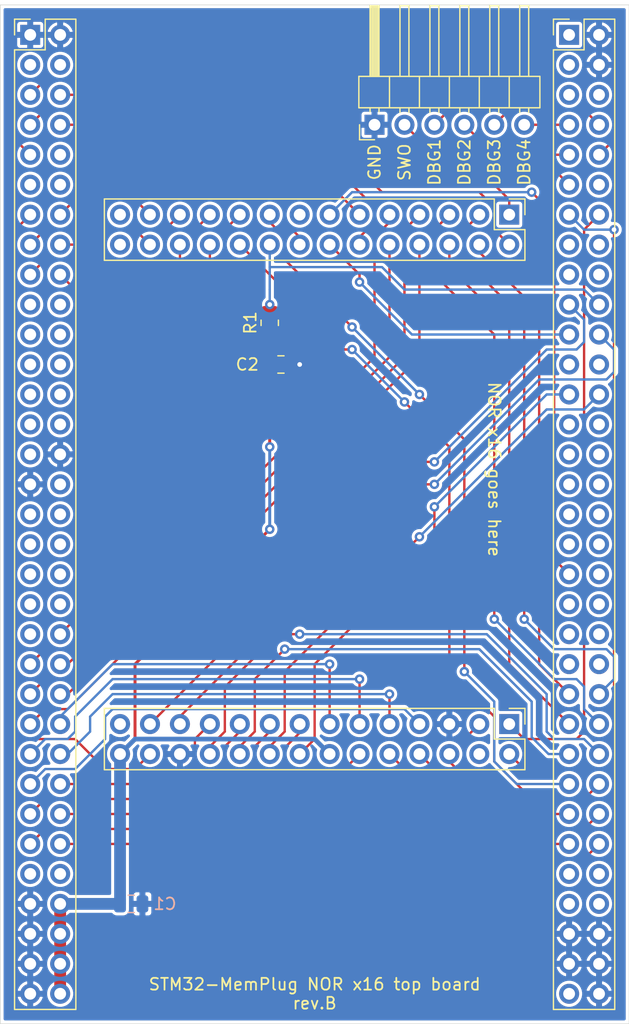
<source format=kicad_pcb>
(kicad_pcb (version 20171130) (host pcbnew "(5.1.10)-1")
  (layers (0 F.Cu signal) (31 B.Cu signal) (34 B.Paste user) (35 F.Paste user) (36 B.SilkS user) (37 F.SilkS user) (38 B.Mask user) (39 F.Mask user) (44 Edge.Cuts user))
  (net 0 "")
  (net 1 +3V3)
  (net 2 GND)
  (net 3 IO12)
  (net 4 IO11)
  (net 5 IO10)
  (net 6 IO9)
  (net 7 IO8)
  (net 8 IO7)
  (net 9 IO6)
  (net 10 IO5)
  (net 11 IO4)
  (net 12 R~B)
  (net 13 ~WE)
  (net 14 IO3)
  (net 15 IO2)
  (net 16 A10)
  (net 17 A9)
  (net 18 IO0)
  (net 19 IO15)
  (net 20 IO14)
  (net 21 IO13)
  (net 22 IO1)
  (net 23 A11)
  (net 24 A8)
  (net 25 A7)
  (net 26 A6)
  (net 27 A5)
  (net 28 A4)
  (net 29 A3)
  (net 30 A2)
  (net 31 A1)
  (net 32 A0)
  (net 33 A22)
  (net 34 A21)
  (net 35 A20)
  (net 36 A19)
  (net 37 A23)
  (net 38 PB7)
  (net 39 PB6)
  (net 40 PB5)
  (net 41 PB4)
  (net 42 PB3)
  (net 43 A25)
  (net 44 A24)
  (net 45 ~CE)
  (net 46 ~OE)
  (net 47 ~RST)
  (net 48 A15)
  (net 49 A14)
  (net 50 A13)
  (net 51 A12)
  (net 52 A18)
  (net 53 A17)
  (net 54 A16)
  (module Resistor_SMD:R_0805_2012Metric (layer F.Cu) (at 121.92 100.6075 90)
    (fp_text reference R1 (at 0 -1.65 90) (layer F.SilkS))
    (fp_text value 10k)
    (pad 2 smd roundrect (at 0.9125 0 90) (size 1.025 1.4) (layers F.Cu F.Paste F.Mask) (roundrect_rratio 0.243902) (net 12 R~B))
    (pad 1 smd roundrect (at -0.9125 0 90) (size 1.025 1.4) (layers F.Cu F.Paste F.Mask) (roundrect_rratio 0.243902) (net 1 +3V3))
  )
  (module Connector_PinHeader_2.54mm:PinHeader_1x06_P2.54mm_Horizontal (layer F.Cu) (at 130.81 83.82 90)
    (fp_text reference J3 hide)
    (fp_text value DBG)
    (pad 6 thru_hole oval (at 0 12.7 90) (size 1.7 1.7) (drill 1) (layers *.Cu *.Mask) (net 38 PB7))
    (pad 5 thru_hole oval (at 0 10.16 90) (size 1.7 1.7) (drill 1) (layers *.Cu *.Mask) (net 39 PB6))
    (pad 4 thru_hole oval (at 0 7.62 90) (size 1.7 1.7) (drill 1) (layers *.Cu *.Mask) (net 40 PB5))
    (pad 3 thru_hole oval (at 0 5.08 90) (size 1.7 1.7) (drill 1) (layers *.Cu *.Mask) (net 41 PB4))
    (pad 2 thru_hole oval (at 0 2.54 90) (size 1.7 1.7) (drill 1) (layers *.Cu *.Mask) (net 42 PB3))
    (pad 1 thru_hole rect (at 0 0 90) (size 1.7 1.7) (drill 1) (layers *.Cu *.Mask) (net 2 GND))
  )
  (module Connector_PinHeader_2.54mm:PinHeader_2x33_P2.54mm_Vertical (layer F.Cu) (at 147.32 76.2)
    (fp_text reference J2 hide)
    (fp_text value Right)
    (pad 66 thru_hole oval (at 2.54 81.28) (size 1.7 1.7) (drill 1) (layers *.Cu *.Mask) (net 2 GND))
    (pad 65 thru_hole oval (at 0 81.28) (size 1.7 1.7) (drill 1) (layers *.Cu *.Mask))
    (pad 64 thru_hole oval (at 2.54 78.74) (size 1.7 1.7) (drill 1) (layers *.Cu *.Mask) (net 2 GND))
    (pad 63 thru_hole oval (at 0 78.74) (size 1.7 1.7) (drill 1) (layers *.Cu *.Mask) (net 2 GND))
    (pad 62 thru_hole oval (at 2.54 76.2) (size 1.7 1.7) (drill 1) (layers *.Cu *.Mask) (net 2 GND))
    (pad 61 thru_hole oval (at 0 76.2) (size 1.7 1.7) (drill 1) (layers *.Cu *.Mask) (net 2 GND))
    (pad 60 thru_hole oval (at 2.54 73.66) (size 1.7 1.7) (drill 1) (layers *.Cu *.Mask))
    (pad 59 thru_hole oval (at 0 73.66) (size 1.7 1.7) (drill 1) (layers *.Cu *.Mask))
    (pad 58 thru_hole oval (at 2.54 71.12) (size 1.7 1.7) (drill 1) (layers *.Cu *.Mask))
    (pad 57 thru_hole oval (at 0 71.12) (size 1.7 1.7) (drill 1) (layers *.Cu *.Mask))
    (pad 56 thru_hole oval (at 2.54 68.58) (size 1.7 1.7) (drill 1) (layers *.Cu *.Mask) (net 21 IO13))
    (pad 55 thru_hole oval (at 0 68.58) (size 1.7 1.7) (drill 1) (layers *.Cu *.Mask) (net 20 IO14))
    (pad 54 thru_hole oval (at 2.54 66.04) (size 1.7 1.7) (drill 1) (layers *.Cu *.Mask) (net 19 IO15))
    (pad 53 thru_hole oval (at 0 66.04) (size 1.7 1.7) (drill 1) (layers *.Cu *.Mask) (net 54 A16))
    (pad 52 thru_hole oval (at 2.54 63.5) (size 1.7 1.7) (drill 1) (layers *.Cu *.Mask) (net 53 A17))
    (pad 51 thru_hole oval (at 0 63.5) (size 1.7 1.7) (drill 1) (layers *.Cu *.Mask) (net 52 A18))
    (pad 50 thru_hole oval (at 2.54 60.96) (size 1.7 1.7) (drill 1) (layers *.Cu *.Mask) (net 18 IO0))
    (pad 49 thru_hole oval (at 0 60.96) (size 1.7 1.7) (drill 1) (layers *.Cu *.Mask) (net 22 IO1))
    (pad 48 thru_hole oval (at 2.54 58.42) (size 1.7 1.7) (drill 1) (layers *.Cu *.Mask) (net 51 A12))
    (pad 47 thru_hole oval (at 0 58.42) (size 1.7 1.7) (drill 1) (layers *.Cu *.Mask) (net 50 A13))
    (pad 46 thru_hole oval (at 2.54 55.88) (size 1.7 1.7) (drill 1) (layers *.Cu *.Mask) (net 49 A14))
    (pad 45 thru_hole oval (at 0 55.88) (size 1.7 1.7) (drill 1) (layers *.Cu *.Mask) (net 48 A15))
    (pad 44 thru_hole oval (at 2.54 53.34) (size 1.7 1.7) (drill 1) (layers *.Cu *.Mask))
    (pad 43 thru_hole oval (at 0 53.34) (size 1.7 1.7) (drill 1) (layers *.Cu *.Mask))
    (pad 42 thru_hole oval (at 2.54 50.8) (size 1.7 1.7) (drill 1) (layers *.Cu *.Mask))
    (pad 41 thru_hole oval (at 0 50.8) (size 1.7 1.7) (drill 1) (layers *.Cu *.Mask))
    (pad 40 thru_hole oval (at 2.54 48.26) (size 1.7 1.7) (drill 1) (layers *.Cu *.Mask))
    (pad 39 thru_hole oval (at 0 48.26) (size 1.7 1.7) (drill 1) (layers *.Cu *.Mask))
    (pad 38 thru_hole oval (at 2.54 45.72) (size 1.7 1.7) (drill 1) (layers *.Cu *.Mask))
    (pad 37 thru_hole oval (at 0 45.72) (size 1.7 1.7) (drill 1) (layers *.Cu *.Mask) (net 47 ~RST))
    (pad 36 thru_hole oval (at 2.54 43.18) (size 1.7 1.7) (drill 1) (layers *.Cu *.Mask))
    (pad 35 thru_hole oval (at 0 43.18) (size 1.7 1.7) (drill 1) (layers *.Cu *.Mask))
    (pad 34 thru_hole oval (at 2.54 40.64) (size 1.7 1.7) (drill 1) (layers *.Cu *.Mask))
    (pad 33 thru_hole oval (at 0 40.64) (size 1.7 1.7) (drill 1) (layers *.Cu *.Mask))
    (pad 32 thru_hole oval (at 2.54 38.1) (size 1.7 1.7) (drill 1) (layers *.Cu *.Mask))
    (pad 31 thru_hole oval (at 0 38.1) (size 1.7 1.7) (drill 1) (layers *.Cu *.Mask))
    (pad 30 thru_hole oval (at 2.54 35.56) (size 1.7 1.7) (drill 1) (layers *.Cu *.Mask))
    (pad 29 thru_hole oval (at 0 35.56) (size 1.7 1.7) (drill 1) (layers *.Cu *.Mask))
    (pad 28 thru_hole oval (at 2.54 33.02) (size 1.7 1.7) (drill 1) (layers *.Cu *.Mask))
    (pad 27 thru_hole oval (at 0 33.02) (size 1.7 1.7) (drill 1) (layers *.Cu *.Mask))
    (pad 26 thru_hole oval (at 2.54 30.48) (size 1.7 1.7) (drill 1) (layers *.Cu *.Mask) (net 15 IO2))
    (pad 25 thru_hole oval (at 0 30.48) (size 1.7 1.7) (drill 1) (layers *.Cu *.Mask) (net 14 IO3))
    (pad 24 thru_hole oval (at 2.54 27.94) (size 1.7 1.7) (drill 1) (layers *.Cu *.Mask))
    (pad 23 thru_hole oval (at 0 27.94) (size 1.7 1.7) (drill 1) (layers *.Cu *.Mask))
    (pad 22 thru_hole oval (at 2.54 25.4) (size 1.7 1.7) (drill 1) (layers *.Cu *.Mask) (net 46 ~OE))
    (pad 21 thru_hole oval (at 0 25.4) (size 1.7 1.7) (drill 1) (layers *.Cu *.Mask) (net 13 ~WE))
    (pad 20 thru_hole oval (at 2.54 22.86) (size 1.7 1.7) (drill 1) (layers *.Cu *.Mask) (net 12 R~B))
    (pad 19 thru_hole oval (at 0 22.86) (size 1.7 1.7) (drill 1) (layers *.Cu *.Mask) (net 45 ~CE))
    (pad 18 thru_hole oval (at 2.54 20.32) (size 1.7 1.7) (drill 1) (layers *.Cu *.Mask))
    (pad 17 thru_hole oval (at 0 20.32) (size 1.7 1.7) (drill 1) (layers *.Cu *.Mask))
    (pad 16 thru_hole oval (at 2.54 17.78) (size 1.7 1.7) (drill 1) (layers *.Cu *.Mask))
    (pad 15 thru_hole oval (at 0 17.78) (size 1.7 1.7) (drill 1) (layers *.Cu *.Mask))
    (pad 14 thru_hole oval (at 2.54 15.24) (size 1.7 1.7) (drill 1) (layers *.Cu *.Mask) (net 44 A24))
    (pad 13 thru_hole oval (at 0 15.24) (size 1.7 1.7) (drill 1) (layers *.Cu *.Mask) (net 43 A25))
    (pad 12 thru_hole oval (at 2.54 12.7) (size 1.7 1.7) (drill 1) (layers *.Cu *.Mask))
    (pad 11 thru_hole oval (at 0 12.7) (size 1.7 1.7) (drill 1) (layers *.Cu *.Mask) (net 42 PB3))
    (pad 10 thru_hole oval (at 2.54 10.16) (size 1.7 1.7) (drill 1) (layers *.Cu *.Mask) (net 41 PB4))
    (pad 9 thru_hole oval (at 0 10.16) (size 1.7 1.7) (drill 1) (layers *.Cu *.Mask) (net 40 PB5))
    (pad 8 thru_hole oval (at 2.54 7.62) (size 1.7 1.7) (drill 1) (layers *.Cu *.Mask) (net 39 PB6))
    (pad 7 thru_hole oval (at 0 7.62) (size 1.7 1.7) (drill 1) (layers *.Cu *.Mask) (net 38 PB7))
    (pad 6 thru_hole oval (at 2.54 5.08) (size 1.7 1.7) (drill 1) (layers *.Cu *.Mask))
    (pad 5 thru_hole oval (at 0 5.08) (size 1.7 1.7) (drill 1) (layers *.Cu *.Mask))
    (pad 4 thru_hole oval (at 2.54 2.54) (size 1.7 1.7) (drill 1) (layers *.Cu *.Mask) (net 2 GND))
    (pad 3 thru_hole oval (at 0 2.54) (size 1.7 1.7) (drill 1) (layers *.Cu *.Mask))
    (pad 2 thru_hole oval (at 2.54 0) (size 1.7 1.7) (drill 1) (layers *.Cu *.Mask) (net 2 GND))
    (pad 1 thru_hole rect (at 0 0) (size 1.7 1.7) (drill 1) (layers *.Cu *.Mask))
  )
  (module Connector_PinHeader_2.54mm:PinHeader_2x33_P2.54mm_Vertical (layer F.Cu) (at 101.6 76.2)
    (fp_text reference J1 hide)
    (fp_text value Left)
    (pad 66 thru_hole oval (at 2.54 81.28) (size 1.7 1.7) (drill 1) (layers *.Cu *.Mask) (net 1 +3V3))
    (pad 65 thru_hole oval (at 0 81.28) (size 1.7 1.7) (drill 1) (layers *.Cu *.Mask) (net 2 GND))
    (pad 64 thru_hole oval (at 2.54 78.74) (size 1.7 1.7) (drill 1) (layers *.Cu *.Mask) (net 1 +3V3))
    (pad 63 thru_hole oval (at 0 78.74) (size 1.7 1.7) (drill 1) (layers *.Cu *.Mask) (net 2 GND))
    (pad 62 thru_hole oval (at 2.54 76.2) (size 1.7 1.7) (drill 1) (layers *.Cu *.Mask) (net 1 +3V3))
    (pad 61 thru_hole oval (at 0 76.2) (size 1.7 1.7) (drill 1) (layers *.Cu *.Mask) (net 2 GND))
    (pad 60 thru_hole oval (at 2.54 73.66) (size 1.7 1.7) (drill 1) (layers *.Cu *.Mask) (net 1 +3V3))
    (pad 59 thru_hole oval (at 0 73.66) (size 1.7 1.7) (drill 1) (layers *.Cu *.Mask) (net 2 GND))
    (pad 58 thru_hole oval (at 2.54 71.12) (size 1.7 1.7) (drill 1) (layers *.Cu *.Mask))
    (pad 57 thru_hole oval (at 0 71.12) (size 1.7 1.7) (drill 1) (layers *.Cu *.Mask))
    (pad 56 thru_hole oval (at 2.54 68.58) (size 1.7 1.7) (drill 1) (layers *.Cu *.Mask) (net 3 IO12))
    (pad 55 thru_hole oval (at 0 68.58) (size 1.7 1.7) (drill 1) (layers *.Cu *.Mask) (net 4 IO11))
    (pad 54 thru_hole oval (at 2.54 66.04) (size 1.7 1.7) (drill 1) (layers *.Cu *.Mask) (net 5 IO10))
    (pad 53 thru_hole oval (at 0 66.04) (size 1.7 1.7) (drill 1) (layers *.Cu *.Mask) (net 6 IO9))
    (pad 52 thru_hole oval (at 2.54 63.5) (size 1.7 1.7) (drill 1) (layers *.Cu *.Mask) (net 7 IO8))
    (pad 51 thru_hole oval (at 0 63.5) (size 1.7 1.7) (drill 1) (layers *.Cu *.Mask) (net 8 IO7))
    (pad 50 thru_hole oval (at 2.54 60.96) (size 1.7 1.7) (drill 1) (layers *.Cu *.Mask) (net 9 IO6))
    (pad 49 thru_hole oval (at 0 60.96) (size 1.7 1.7) (drill 1) (layers *.Cu *.Mask) (net 10 IO5))
    (pad 48 thru_hole oval (at 2.54 58.42) (size 1.7 1.7) (drill 1) (layers *.Cu *.Mask) (net 11 IO4))
    (pad 47 thru_hole oval (at 0 58.42) (size 1.7 1.7) (drill 1) (layers *.Cu *.Mask) (net 23 A11))
    (pad 46 thru_hole oval (at 2.54 55.88) (size 1.7 1.7) (drill 1) (layers *.Cu *.Mask) (net 16 A10))
    (pad 45 thru_hole oval (at 0 55.88) (size 1.7 1.7) (drill 1) (layers *.Cu *.Mask) (net 17 A9))
    (pad 44 thru_hole oval (at 2.54 53.34) (size 1.7 1.7) (drill 1) (layers *.Cu *.Mask) (net 24 A8))
    (pad 43 thru_hole oval (at 0 53.34) (size 1.7 1.7) (drill 1) (layers *.Cu *.Mask) (net 25 A7))
    (pad 42 thru_hole oval (at 2.54 50.8) (size 1.7 1.7) (drill 1) (layers *.Cu *.Mask) (net 26 A6))
    (pad 41 thru_hole oval (at 0 50.8) (size 1.7 1.7) (drill 1) (layers *.Cu *.Mask))
    (pad 40 thru_hole oval (at 2.54 48.26) (size 1.7 1.7) (drill 1) (layers *.Cu *.Mask))
    (pad 39 thru_hole oval (at 0 48.26) (size 1.7 1.7) (drill 1) (layers *.Cu *.Mask))
    (pad 38 thru_hole oval (at 2.54 45.72) (size 1.7 1.7) (drill 1) (layers *.Cu *.Mask))
    (pad 37 thru_hole oval (at 0 45.72) (size 1.7 1.7) (drill 1) (layers *.Cu *.Mask))
    (pad 36 thru_hole oval (at 2.54 43.18) (size 1.7 1.7) (drill 1) (layers *.Cu *.Mask))
    (pad 35 thru_hole oval (at 0 43.18) (size 1.7 1.7) (drill 1) (layers *.Cu *.Mask))
    (pad 34 thru_hole oval (at 2.54 40.64) (size 1.7 1.7) (drill 1) (layers *.Cu *.Mask))
    (pad 33 thru_hole oval (at 0 40.64) (size 1.7 1.7) (drill 1) (layers *.Cu *.Mask))
    (pad 32 thru_hole oval (at 2.54 38.1) (size 1.7 1.7) (drill 1) (layers *.Cu *.Mask))
    (pad 31 thru_hole oval (at 0 38.1) (size 1.7 1.7) (drill 1) (layers *.Cu *.Mask) (net 2 GND))
    (pad 30 thru_hole oval (at 2.54 35.56) (size 1.7 1.7) (drill 1) (layers *.Cu *.Mask) (net 2 GND))
    (pad 29 thru_hole oval (at 0 35.56) (size 1.7 1.7) (drill 1) (layers *.Cu *.Mask))
    (pad 28 thru_hole oval (at 2.54 33.02) (size 1.7 1.7) (drill 1) (layers *.Cu *.Mask))
    (pad 27 thru_hole oval (at 0 33.02) (size 1.7 1.7) (drill 1) (layers *.Cu *.Mask))
    (pad 26 thru_hole oval (at 2.54 30.48) (size 1.7 1.7) (drill 1) (layers *.Cu *.Mask))
    (pad 25 thru_hole oval (at 0 30.48) (size 1.7 1.7) (drill 1) (layers *.Cu *.Mask))
    (pad 24 thru_hole oval (at 2.54 27.94) (size 1.7 1.7) (drill 1) (layers *.Cu *.Mask))
    (pad 23 thru_hole oval (at 0 27.94) (size 1.7 1.7) (drill 1) (layers *.Cu *.Mask))
    (pad 22 thru_hole oval (at 2.54 25.4) (size 1.7 1.7) (drill 1) (layers *.Cu *.Mask))
    (pad 21 thru_hole oval (at 0 25.4) (size 1.7 1.7) (drill 1) (layers *.Cu *.Mask))
    (pad 20 thru_hole oval (at 2.54 22.86) (size 1.7 1.7) (drill 1) (layers *.Cu *.Mask))
    (pad 19 thru_hole oval (at 0 22.86) (size 1.7 1.7) (drill 1) (layers *.Cu *.Mask))
    (pad 18 thru_hole oval (at 2.54 20.32) (size 1.7 1.7) (drill 1) (layers *.Cu *.Mask) (net 27 A5))
    (pad 17 thru_hole oval (at 0 20.32) (size 1.7 1.7) (drill 1) (layers *.Cu *.Mask) (net 28 A4))
    (pad 16 thru_hole oval (at 2.54 17.78) (size 1.7 1.7) (drill 1) (layers *.Cu *.Mask) (net 29 A3))
    (pad 15 thru_hole oval (at 0 17.78) (size 1.7 1.7) (drill 1) (layers *.Cu *.Mask) (net 30 A2))
    (pad 14 thru_hole oval (at 2.54 15.24) (size 1.7 1.7) (drill 1) (layers *.Cu *.Mask) (net 31 A1))
    (pad 13 thru_hole oval (at 0 15.24) (size 1.7 1.7) (drill 1) (layers *.Cu *.Mask) (net 32 A0))
    (pad 12 thru_hole oval (at 2.54 12.7) (size 1.7 1.7) (drill 1) (layers *.Cu *.Mask))
    (pad 11 thru_hole oval (at 0 12.7) (size 1.7 1.7) (drill 1) (layers *.Cu *.Mask))
    (pad 10 thru_hole oval (at 2.54 10.16) (size 1.7 1.7) (drill 1) (layers *.Cu *.Mask))
    (pad 9 thru_hole oval (at 0 10.16) (size 1.7 1.7) (drill 1) (layers *.Cu *.Mask) (net 33 A22))
    (pad 8 thru_hole oval (at 2.54 7.62) (size 1.7 1.7) (drill 1) (layers *.Cu *.Mask) (net 34 A21))
    (pad 7 thru_hole oval (at 0 7.62) (size 1.7 1.7) (drill 1) (layers *.Cu *.Mask) (net 35 A20))
    (pad 6 thru_hole oval (at 2.54 5.08) (size 1.7 1.7) (drill 1) (layers *.Cu *.Mask) (net 36 A19))
    (pad 5 thru_hole oval (at 0 5.08) (size 1.7 1.7) (drill 1) (layers *.Cu *.Mask) (net 37 A23))
    (pad 4 thru_hole oval (at 2.54 2.54) (size 1.7 1.7) (drill 1) (layers *.Cu *.Mask))
    (pad 3 thru_hole oval (at 0 2.54) (size 1.7 1.7) (drill 1) (layers *.Cu *.Mask))
    (pad 2 thru_hole oval (at 2.54 0) (size 1.7 1.7) (drill 1) (layers *.Cu *.Mask) (net 2 GND))
    (pad 1 thru_hole rect (at 0 0) (size 1.7 1.7) (drill 1) (layers *.Cu *.Mask) (net 2 GND))
  )
  (module Connector_PinHeader_2.54mm:PinHeader_2x14_P2.54mm_Vertical (layer F.Cu) (at 142.24 134.62 270)
    (fp_text reference J5 hide)
    (fp_text value Right)
    (pad 28 thru_hole oval (at 2.54 33.02 270) (size 1.7 1.7) (drill 1) (layers *.Cu *.Mask) (net 1 +3V3))
    (pad 27 thru_hole oval (at 0 33.02 270) (size 1.7 1.7) (drill 1) (layers *.Cu *.Mask))
    (pad 26 thru_hole oval (at 2.54 30.48 270) (size 1.7 1.7) (drill 1) (layers *.Cu *.Mask) (net 32 A0))
    (pad 25 thru_hole oval (at 0 30.48 270) (size 1.7 1.7) (drill 1) (layers *.Cu *.Mask) (net 45 ~CE))
    (pad 24 thru_hole oval (at 2.54 27.94 270) (size 1.7 1.7) (drill 1) (layers *.Cu *.Mask) (net 2 GND))
    (pad 23 thru_hole oval (at 0 27.94 270) (size 1.7 1.7) (drill 1) (layers *.Cu *.Mask) (net 46 ~OE))
    (pad 22 thru_hole oval (at 2.54 25.4 270) (size 1.7 1.7) (drill 1) (layers *.Cu *.Mask) (net 18 IO0))
    (pad 21 thru_hole oval (at 0 25.4 270) (size 1.7 1.7) (drill 1) (layers *.Cu *.Mask) (net 7 IO8))
    (pad 20 thru_hole oval (at 2.54 22.86 270) (size 1.7 1.7) (drill 1) (layers *.Cu *.Mask) (net 22 IO1))
    (pad 19 thru_hole oval (at 0 22.86 270) (size 1.7 1.7) (drill 1) (layers *.Cu *.Mask) (net 6 IO9))
    (pad 18 thru_hole oval (at 2.54 20.32 270) (size 1.7 1.7) (drill 1) (layers *.Cu *.Mask) (net 15 IO2))
    (pad 17 thru_hole oval (at 0 20.32 270) (size 1.7 1.7) (drill 1) (layers *.Cu *.Mask) (net 5 IO10))
    (pad 16 thru_hole oval (at 2.54 17.78 270) (size 1.7 1.7) (drill 1) (layers *.Cu *.Mask) (net 14 IO3))
    (pad 15 thru_hole oval (at 0 17.78 270) (size 1.7 1.7) (drill 1) (layers *.Cu *.Mask) (net 4 IO11))
    (pad 14 thru_hole oval (at 2.54 15.24 270) (size 1.7 1.7) (drill 1) (layers *.Cu *.Mask) (net 1 +3V3))
    (pad 13 thru_hole oval (at 0 15.24 270) (size 1.7 1.7) (drill 1) (layers *.Cu *.Mask) (net 11 IO4))
    (pad 12 thru_hole oval (at 2.54 12.7 270) (size 1.7 1.7) (drill 1) (layers *.Cu *.Mask) (net 3 IO12))
    (pad 11 thru_hole oval (at 0 12.7 270) (size 1.7 1.7) (drill 1) (layers *.Cu *.Mask) (net 10 IO5))
    (pad 10 thru_hole oval (at 2.54 10.16 270) (size 1.7 1.7) (drill 1) (layers *.Cu *.Mask) (net 21 IO13))
    (pad 9 thru_hole oval (at 0 10.16 270) (size 1.7 1.7) (drill 1) (layers *.Cu *.Mask) (net 9 IO6))
    (pad 8 thru_hole oval (at 2.54 7.62 270) (size 1.7 1.7) (drill 1) (layers *.Cu *.Mask) (net 20 IO14))
    (pad 7 thru_hole oval (at 0 7.62 270) (size 1.7 1.7) (drill 1) (layers *.Cu *.Mask) (net 8 IO7))
    (pad 6 thru_hole oval (at 2.54 5.08 270) (size 1.7 1.7) (drill 1) (layers *.Cu *.Mask) (net 19 IO15))
    (pad 5 thru_hole oval (at 0 5.08 270) (size 1.7 1.7) (drill 1) (layers *.Cu *.Mask) (net 2 GND))
    (pad 4 thru_hole oval (at 2.54 2.54 270) (size 1.7 1.7) (drill 1) (layers *.Cu *.Mask))
    (pad 3 thru_hole oval (at 0 2.54 270) (size 1.7 1.7) (drill 1) (layers *.Cu *.Mask) (net 54 A16))
    (pad 2 thru_hole oval (at 2.54 0 270) (size 1.7 1.7) (drill 1) (layers *.Cu *.Mask) (net 43 A25))
    (pad 1 thru_hole rect (at 0 0 270) (size 1.7 1.7) (drill 1) (layers *.Cu *.Mask) (net 44 A24))
  )
  (module Connector_PinHeader_2.54mm:PinHeader_2x14_P2.54mm_Vertical (layer F.Cu) (at 142.24 91.44 270)
    (fp_text reference J4 hide)
    (fp_text value Left)
    (pad 28 thru_hole oval (at 2.54 33.02 270) (size 1.7 1.7) (drill 1) (layers *.Cu *.Mask))
    (pad 27 thru_hole oval (at 0 33.02 270) (size 1.7 1.7) (drill 1) (layers *.Cu *.Mask))
    (pad 26 thru_hole oval (at 2.54 30.48 270) (size 1.7 1.7) (drill 1) (layers *.Cu *.Mask) (net 30 A2))
    (pad 25 thru_hole oval (at 0 30.48 270) (size 1.7 1.7) (drill 1) (layers *.Cu *.Mask) (net 31 A1))
    (pad 24 thru_hole oval (at 2.54 27.94 270) (size 1.7 1.7) (drill 1) (layers *.Cu *.Mask) (net 28 A4))
    (pad 23 thru_hole oval (at 0 27.94 270) (size 1.7 1.7) (drill 1) (layers *.Cu *.Mask) (net 29 A3))
    (pad 22 thru_hole oval (at 2.54 25.4 270) (size 1.7 1.7) (drill 1) (layers *.Cu *.Mask) (net 26 A6))
    (pad 21 thru_hole oval (at 0 25.4 270) (size 1.7 1.7) (drill 1) (layers *.Cu *.Mask) (net 27 A5))
    (pad 20 thru_hole oval (at 2.54 22.86 270) (size 1.7 1.7) (drill 1) (layers *.Cu *.Mask) (net 53 A17))
    (pad 19 thru_hole oval (at 0 22.86 270) (size 1.7 1.7) (drill 1) (layers *.Cu *.Mask) (net 25 A7))
    (pad 18 thru_hole oval (at 2.54 20.32 270) (size 1.7 1.7) (drill 1) (layers *.Cu *.Mask) (net 12 R~B))
    (pad 17 thru_hole oval (at 0 20.32 270) (size 1.7 1.7) (drill 1) (layers *.Cu *.Mask) (net 52 A18))
    (pad 16 thru_hole oval (at 2.54 17.78 270) (size 1.7 1.7) (drill 1) (layers *.Cu *.Mask) (net 34 A21))
    (pad 15 thru_hole oval (at 0 17.78 270) (size 1.7 1.7) (drill 1) (layers *.Cu *.Mask))
    (pad 14 thru_hole oval (at 2.54 15.24 270) (size 1.7 1.7) (drill 1) (layers *.Cu *.Mask) (net 13 ~WE))
    (pad 13 thru_hole oval (at 0 15.24 270) (size 1.7 1.7) (drill 1) (layers *.Cu *.Mask) (net 47 ~RST))
    (pad 12 thru_hole oval (at 2.54 12.7 270) (size 1.7 1.7) (drill 1) (layers *.Cu *.Mask) (net 36 A19))
    (pad 11 thru_hole oval (at 0 12.7 270) (size 1.7 1.7) (drill 1) (layers *.Cu *.Mask) (net 35 A20))
    (pad 10 thru_hole oval (at 2.54 10.16 270) (size 1.7 1.7) (drill 1) (layers *.Cu *.Mask) (net 17 A9))
    (pad 9 thru_hole oval (at 0 10.16 270) (size 1.7 1.7) (drill 1) (layers *.Cu *.Mask) (net 24 A8))
    (pad 8 thru_hole oval (at 2.54 7.62 270) (size 1.7 1.7) (drill 1) (layers *.Cu *.Mask) (net 23 A11))
    (pad 7 thru_hole oval (at 0 7.62 270) (size 1.7 1.7) (drill 1) (layers *.Cu *.Mask) (net 16 A10))
    (pad 6 thru_hole oval (at 2.54 5.08 270) (size 1.7 1.7) (drill 1) (layers *.Cu *.Mask) (net 50 A13))
    (pad 5 thru_hole oval (at 0 5.08 270) (size 1.7 1.7) (drill 1) (layers *.Cu *.Mask) (net 51 A12))
    (pad 4 thru_hole oval (at 2.54 2.54 270) (size 1.7 1.7) (drill 1) (layers *.Cu *.Mask) (net 48 A15))
    (pad 3 thru_hole oval (at 0 2.54 270) (size 1.7 1.7) (drill 1) (layers *.Cu *.Mask) (net 49 A14))
    (pad 2 thru_hole oval (at 2.54 0 270) (size 1.7 1.7) (drill 1) (layers *.Cu *.Mask) (net 37 A23))
    (pad 1 thru_hole rect (at 0 0 270) (size 1.7 1.7) (drill 1) (layers *.Cu *.Mask) (net 33 A22))
  )
  (module Capacitor_SMD:C_0805_2012Metric (layer B.Cu) (at 110.17 149.86 180)
    (fp_text reference C1 (at -2.86 0) (layer B.SilkS) (effects (justify mirror)))
    (fp_text value 100n)
    (pad 1 smd roundrect (at -0.95 0 180) (size 1 1.45) (layers B.Cu B.Paste B.Mask) (net 2 GND))
    (pad 2 smd roundrect (at 0.95 0 180) (size 1 1.45) (layers B.Cu B.Paste B.Mask) (net 1 +3V3))
  )
  (module Capacitor_SMD:C_0805_2012Metric (layer F.Cu) (at 122.87 104.14 180)
    (fp_text reference C2 (at 2.855 0) (layer F.SilkS))
    (fp_text value 100n)
    (pad 2 smd roundrect (at 0.95 0 180) (size 1 1.45) (layers F.Cu F.Paste F.Mask) (net 1 +3V3))
    (pad 1 smd roundrect (at -0.95 0 180) (size 1 1.45) (layers F.Cu F.Paste F.Mask) (net 2 GND))
  )
  (gr_text DBG4 (at 143.51 86.995 90) (layer F.SilkS) (effects (font (size 1 1))))
  (gr_text DBG3 (at 140.97 86.995 90) (layer F.SilkS) (effects (font (size 1 1))))
  (gr_text DBG2 (at 138.43 86.995 90) (layer F.SilkS) (effects (font (size 1 1))))
  (gr_text DBG1 (at 135.89 86.995 90) (layer F.SilkS) (effects (font (size 1 1))))
  (gr_text SWO (at 133.35 86.995 90) (layer F.SilkS) (effects (font (size 1 1))))
  (gr_text GND (at 130.81 86.995 90) (layer F.SilkS) (effects (font (size 1 1))))
  (gr_text "STM32-MemPlug NOR x16 top board\nrev.B" (at 125.73 157.48) (layer F.SilkS) (effects (font (size 1 1))))
  (gr_text "NOR x16 goes here" (at 140.97 113.03 270) (layer F.SilkS) (effects (font (size 1 1))))
  (gr_line (start 152.4 160.02) (end 99.06 160.02) (layer Edge.Cuts) (width 0.05))
  (gr_line (start 152.4 73.66) (end 152.4 160.02) (layer Edge.Cuts) (width 0.05))
  (gr_line (start 99.06 73.66) (end 152.4 73.66) (layer Edge.Cuts) (width 0.05))
  (gr_line (start 99.06 160.02) (end 99.06 73.66) (layer Edge.Cuts) (width 0.05))
  (segment (start 104.14 157.48) (end 104.14 149.86) (width 1) (layer F.Cu) (net 1))
  (segment (start 125.73 135.89) (end 127 137.16) (width 0.4) (layer B.Cu) (net 1))
  (segment (start 109.22 137.16) (end 110.49 135.89) (width 0.4) (layer B.Cu) (net 1))
  (segment (start 110.49 135.89) (end 125.73 135.89) (width 0.4) (layer B.Cu) (net 1))
  (via (at 121.919992 111.125) (size 0.8) (drill 0.4) (layers F.Cu B.Cu) (net 1))
  (segment (start 121.92 101.52) (end 121.92 111.124992) (width 0.25) (layer F.Cu) (net 1))
  (segment (start 121.92 111.124992) (end 121.919992 111.125) (width 0.25) (layer F.Cu) (net 1))
  (via (at 121.920008 118.11) (size 0.8) (drill 0.4) (layers F.Cu B.Cu) (net 1))
  (segment (start 110.49 135.89) (end 110.49 129.540008) (width 0.25) (layer F.Cu) (net 1))
  (segment (start 121.919992 111.125) (end 121.919992 118.109984) (width 0.25) (layer B.Cu) (net 1))
  (segment (start 121.919992 118.109984) (end 121.920008 118.11) (width 0.25) (layer B.Cu) (net 1))
  (segment (start 109.22 137.16) (end 110.49 135.89) (width 0.25) (layer F.Cu) (net 1))
  (segment (start 110.49 129.540008) (end 121.920008 118.11) (width 0.25) (layer F.Cu) (net 1))
  (segment (start 109.22 149.86) (end 104.14 149.86) (width 1) (layer B.Cu) (net 1))
  (segment (start 109.22 137.16) (end 109.22 149.86) (width 1) (layer B.Cu) (net 1))
  (via (at 124.46 104.14) (size 0.8) (drill 0.4) (layers F.Cu B.Cu) (net 2))
  (segment (start 123.82 104.14) (end 124.46 104.14) (width 0.25) (layer F.Cu) (net 2))
  (segment (start 121.92 144.78) (end 129.54 137.16) (width 0.2) (layer F.Cu) (net 3))
  (segment (start 104.14 144.78) (end 121.92 144.78) (width 0.2) (layer F.Cu) (net 3))
  (segment (start 102.87 143.51) (end 101.6 144.78) (width 0.2) (layer F.Cu) (net 4))
  (segment (start 117.475 143.51) (end 102.87 143.51) (width 0.2) (layer F.Cu) (net 4))
  (segment (start 123.19 137.795) (end 117.475 143.51) (width 0.2) (layer F.Cu) (net 4))
  (segment (start 123.19 136.626499) (end 123.19 137.795) (width 0.2) (layer F.Cu) (net 4))
  (segment (start 124.46 135.356499) (end 123.19 136.626499) (width 0.2) (layer F.Cu) (net 4))
  (segment (start 124.46 134.62) (end 124.46 135.356499) (width 0.2) (layer F.Cu) (net 4))
  (segment (start 121.92 135.255) (end 121.92 134.62) (width 0.2) (layer F.Cu) (net 5))
  (segment (start 120.65 136.525) (end 121.92 135.255) (width 0.2) (layer F.Cu) (net 5))
  (segment (start 116.205 142.24) (end 120.65 137.795) (width 0.2) (layer F.Cu) (net 5))
  (segment (start 120.65 137.795) (end 120.65 136.525) (width 0.2) (layer F.Cu) (net 5))
  (segment (start 104.14 142.24) (end 116.205 142.24) (width 0.2) (layer F.Cu) (net 5))
  (segment (start 102.87 140.97) (end 101.6 142.24) (width 0.2) (layer F.Cu) (net 6))
  (segment (start 114.935 140.97) (end 102.87 140.97) (width 0.2) (layer F.Cu) (net 6))
  (segment (start 118.11 137.795) (end 114.935 140.97) (width 0.2) (layer F.Cu) (net 6))
  (segment (start 118.11 136.525) (end 118.11 137.795) (width 0.2) (layer F.Cu) (net 6))
  (segment (start 119.38 135.255) (end 118.11 136.525) (width 0.2) (layer F.Cu) (net 6))
  (segment (start 119.38 134.62) (end 119.38 135.255) (width 0.2) (layer F.Cu) (net 6))
  (segment (start 113.665 139.7) (end 104.14 139.7) (width 0.2) (layer F.Cu) (net 7))
  (segment (start 115.57 137.795) (end 113.665 139.7) (width 0.2) (layer F.Cu) (net 7))
  (segment (start 115.57 135.89) (end 115.57 137.795) (width 0.2) (layer F.Cu) (net 7))
  (segment (start 116.84 134.62) (end 115.57 135.89) (width 0.2) (layer F.Cu) (net 7))
  (segment (start 102.87 138.43) (end 101.6 139.7) (width 0.2) (layer B.Cu) (net 8))
  (segment (start 105.41 138.43) (end 102.87 138.43) (width 0.2) (layer B.Cu) (net 8))
  (segment (start 107.95 135.89) (end 105.41 138.43) (width 0.2) (layer B.Cu) (net 8))
  (segment (start 108.585 133.35) (end 107.95 133.985) (width 0.2) (layer B.Cu) (net 8))
  (segment (start 133.35 133.35) (end 108.585 133.35) (width 0.2) (layer B.Cu) (net 8))
  (segment (start 107.95 133.985) (end 107.95 135.89) (width 0.2) (layer B.Cu) (net 8))
  (segment (start 134.62 134.62) (end 133.35 133.35) (width 0.2) (layer B.Cu) (net 8))
  (segment (start 132.08 134.62) (end 132.08 132.08) (width 0.2) (layer F.Cu) (net 9))
  (via (at 132.08 132.08) (size 0.8) (drill 0.4) (layers F.Cu B.Cu) (net 9))
  (segment (start 108.585 132.08) (end 132.08 132.08) (width 0.2) (layer B.Cu) (net 9))
  (segment (start 106.68 133.985) (end 108.585 132.08) (width 0.2) (layer B.Cu) (net 9))
  (segment (start 106.68 135.255) (end 106.68 133.985) (width 0.2) (layer B.Cu) (net 9))
  (segment (start 104.775 137.16) (end 106.68 135.255) (width 0.2) (layer B.Cu) (net 9))
  (segment (start 104.14 137.16) (end 104.775 137.16) (width 0.2) (layer B.Cu) (net 9))
  (segment (start 129.54 134.62) (end 129.54 130.81) (width 0.2) (layer F.Cu) (net 10))
  (via (at 129.54 130.81) (size 0.8) (drill 0.4) (layers F.Cu B.Cu) (net 10))
  (segment (start 108.585 130.81) (end 129.54 130.81) (width 0.2) (layer B.Cu) (net 10))
  (segment (start 108.585 130.81) (end 105.41 133.985) (width 0.2) (layer B.Cu) (net 10))
  (segment (start 105.41 133.985) (end 105.41 135.255) (width 0.2) (layer B.Cu) (net 10))
  (segment (start 105.41 135.255) (end 104.775 135.89) (width 0.2) (layer B.Cu) (net 10))
  (segment (start 104.775 135.89) (end 102.87 135.89) (width 0.2) (layer B.Cu) (net 10))
  (segment (start 102.87 135.89) (end 101.6 137.16) (width 0.2) (layer B.Cu) (net 10))
  (segment (start 127 134.62) (end 127 129.54) (width 0.2) (layer F.Cu) (net 11))
  (via (at 127 129.54) (size 0.8) (drill 0.4) (layers F.Cu B.Cu) (net 11))
  (segment (start 104.14 133.985) (end 108.585 129.54) (width 0.2) (layer B.Cu) (net 11))
  (segment (start 108.585 129.54) (end 127 129.54) (width 0.2) (layer B.Cu) (net 11))
  (segment (start 104.14 134.62) (end 104.14 133.985) (width 0.2) (layer B.Cu) (net 11))
  (segment (start 121.92 97.79) (end 121.92 93.98) (width 0.2) (layer B.Cu) (net 12))
  (via (at 121.92 99.06) (size 0.8) (drill 0.4) (layers F.Cu B.Cu) (net 12))
  (segment (start 121.92 97.79) (end 121.92 99.06) (width 0.2) (layer B.Cu) (net 12))
  (segment (start 121.92 99.06) (end 121.92 99.695) (width 0.2) (layer F.Cu) (net 12))
  (segment (start 131.445 95.885) (end 121.92 95.885) (width 0.2) (layer B.Cu) (net 12))
  (segment (start 133.35 97.79) (end 131.445 95.885) (width 0.2) (layer B.Cu) (net 12))
  (segment (start 148.59 97.79) (end 133.35 97.79) (width 0.2) (layer B.Cu) (net 12))
  (segment (start 149.86 99.06) (end 148.59 97.79) (width 0.2) (layer B.Cu) (net 12))
  (segment (start 129.54 96.52) (end 129.54 97.155) (width 0.2) (layer F.Cu) (net 13))
  (segment (start 127 93.98) (end 129.54 96.52) (width 0.2) (layer F.Cu) (net 13))
  (segment (start 133.985 101.6) (end 129.54 97.155) (width 0.2) (layer B.Cu) (net 13))
  (segment (start 147.32 101.6) (end 133.985 101.6) (width 0.2) (layer B.Cu) (net 13))
  (via (at 129.54 97.155) (size 0.8) (drill 0.4) (layers F.Cu B.Cu) (net 13))
  (via (at 135.88999 116.205) (size 0.8) (drill 0.4) (layers F.Cu B.Cu) (net 14))
  (segment (start 125.73 135.89) (end 125.73 129.54) (width 0.2) (layer F.Cu) (net 14))
  (segment (start 145.41499 106.68) (end 135.88999 116.205) (width 0.2) (layer B.Cu) (net 14))
  (segment (start 147.32 106.68) (end 145.41499 106.68) (width 0.2) (layer B.Cu) (net 14))
  (segment (start 124.46 137.16) (end 125.73 135.89) (width 0.2) (layer F.Cu) (net 14))
  (segment (start 125.73 129.54) (end 135.88999 119.38001) (width 0.2) (layer F.Cu) (net 14))
  (segment (start 135.88999 119.38001) (end 135.88999 116.205) (width 0.2) (layer F.Cu) (net 14))
  (segment (start 145.415 107.95) (end 134.62 118.745) (width 0.2) (layer B.Cu) (net 15))
  (segment (start 149.86 106.68) (end 148.59 107.95) (width 0.2) (layer B.Cu) (net 15))
  (segment (start 148.59 107.95) (end 145.415 107.95) (width 0.2) (layer B.Cu) (net 15))
  (via (at 134.62 118.745) (size 0.8) (drill 0.4) (layers F.Cu B.Cu) (net 15))
  (segment (start 123.19 130.175) (end 134.62 118.745) (width 0.2) (layer F.Cu) (net 15))
  (segment (start 123.19 135.255) (end 123.19 130.175) (width 0.2) (layer F.Cu) (net 15))
  (segment (start 121.92 136.525) (end 123.19 135.255) (width 0.2) (layer F.Cu) (net 15))
  (segment (start 121.92 137.16) (end 121.92 136.525) (width 0.2) (layer F.Cu) (net 15))
  (segment (start 104.775 132.08) (end 104.14 132.08) (width 0.2) (layer F.Cu) (net 16))
  (segment (start 133.35 103.505) (end 104.775 132.08) (width 0.2) (layer F.Cu) (net 16))
  (segment (start 133.35 92.71) (end 133.35 103.505) (width 0.2) (layer F.Cu) (net 16))
  (segment (start 134.62 91.44) (end 133.35 92.71) (width 0.2) (layer F.Cu) (net 16))
  (segment (start 102.87 130.81) (end 101.6 132.08) (width 0.2) (layer F.Cu) (net 17))
  (segment (start 132.08 103.505) (end 104.775 130.81) (width 0.2) (layer F.Cu) (net 17))
  (segment (start 104.775 130.81) (end 102.87 130.81) (width 0.2) (layer F.Cu) (net 17))
  (segment (start 132.08 93.98) (end 132.08 103.505) (width 0.2) (layer F.Cu) (net 17))
  (via (at 124.46 127) (size 0.8) (drill 0.4) (layers F.Cu B.Cu) (net 18))
  (segment (start 122.589657 127) (end 124.46 127) (width 0.2) (layer F.Cu) (net 18))
  (segment (start 118.11 131.479657) (end 122.589657 127) (width 0.2) (layer F.Cu) (net 18))
  (segment (start 118.11 135.255) (end 118.11 131.479657) (width 0.2) (layer F.Cu) (net 18))
  (segment (start 116.84 136.525) (end 118.11 135.255) (width 0.2) (layer F.Cu) (net 18))
  (segment (start 116.84 137.16) (end 116.84 136.525) (width 0.2) (layer F.Cu) (net 18))
  (segment (start 140.335 127) (end 124.46 127) (width 0.2) (layer B.Cu) (net 18))
  (segment (start 145.415 135.255) (end 145.415 132.08) (width 0.2) (layer B.Cu) (net 18))
  (segment (start 146.05 135.89) (end 145.415 135.255) (width 0.2) (layer B.Cu) (net 18))
  (segment (start 145.415 132.08) (end 140.335 127) (width 0.2) (layer B.Cu) (net 18))
  (segment (start 148.59 135.89) (end 146.05 135.89) (width 0.2) (layer B.Cu) (net 18))
  (segment (start 149.86 137.16) (end 148.59 135.89) (width 0.2) (layer B.Cu) (net 18))
  (segment (start 142.875 143.51) (end 137.16 137.795) (width 0.2) (layer F.Cu) (net 19))
  (segment (start 137.16 137.795) (end 137.16 137.16) (width 0.2) (layer F.Cu) (net 19))
  (segment (start 148.59 143.51) (end 142.875 143.51) (width 0.2) (layer F.Cu) (net 19))
  (segment (start 149.86 142.24) (end 148.59 143.51) (width 0.2) (layer F.Cu) (net 19))
  (segment (start 142.24 144.78) (end 134.62 137.16) (width 0.2) (layer F.Cu) (net 20))
  (segment (start 147.32 144.78) (end 142.24 144.78) (width 0.2) (layer F.Cu) (net 20))
  (segment (start 140.97 146.05) (end 132.08 137.16) (width 0.2) (layer F.Cu) (net 21))
  (segment (start 148.59 146.05) (end 140.97 146.05) (width 0.2) (layer F.Cu) (net 21))
  (segment (start 149.86 144.78) (end 148.59 146.05) (width 0.2) (layer F.Cu) (net 21))
  (via (at 123.19 128.27) (size 0.8) (drill 0.4) (layers F.Cu B.Cu) (net 22))
  (segment (start 120.65 130.81) (end 123.19 128.27) (width 0.2) (layer F.Cu) (net 22))
  (segment (start 120.65 135.255) (end 120.65 130.81) (width 0.2) (layer F.Cu) (net 22))
  (segment (start 119.38 136.525) (end 120.65 135.255) (width 0.2) (layer F.Cu) (net 22))
  (segment (start 119.38 137.16) (end 119.38 136.525) (width 0.2) (layer F.Cu) (net 22))
  (segment (start 139.7 128.27) (end 123.19 128.27) (width 0.2) (layer B.Cu) (net 22))
  (segment (start 144.145 132.715) (end 139.7 128.27) (width 0.2) (layer B.Cu) (net 22))
  (segment (start 145.57375 137.16) (end 144.145 135.73125) (width 0.2) (layer B.Cu) (net 22))
  (segment (start 144.145 135.73125) (end 144.145 132.715) (width 0.2) (layer B.Cu) (net 22))
  (segment (start 147.32 137.16) (end 145.57375 137.16) (width 0.2) (layer B.Cu) (net 22))
  (segment (start 102.87 133.35) (end 101.6 134.62) (width 0.2) (layer F.Cu) (net 23))
  (segment (start 104.775 133.35) (end 102.87 133.35) (width 0.2) (layer F.Cu) (net 23))
  (segment (start 134.62 103.505) (end 104.775 133.35) (width 0.2) (layer F.Cu) (net 23))
  (segment (start 134.62 93.98) (end 134.62 103.505) (width 0.2) (layer F.Cu) (net 23))
  (segment (start 132.08 92.075) (end 132.08 91.44) (width 0.2) (layer F.Cu) (net 24))
  (segment (start 130.81 93.345) (end 132.08 92.075) (width 0.2) (layer F.Cu) (net 24))
  (segment (start 130.81 103.505) (end 130.81 93.345) (width 0.2) (layer F.Cu) (net 24))
  (segment (start 104.775 129.54) (end 130.81 103.505) (width 0.2) (layer F.Cu) (net 24))
  (segment (start 104.14 129.54) (end 104.775 129.54) (width 0.2) (layer F.Cu) (net 24))
  (segment (start 102.87 128.27) (end 101.6 129.54) (width 0.2) (layer F.Cu) (net 25))
  (segment (start 104.775 128.27) (end 102.87 128.27) (width 0.2) (layer F.Cu) (net 25))
  (segment (start 118.11 114.935) (end 104.775 128.27) (width 0.2) (layer F.Cu) (net 25))
  (segment (start 118.11 92.71) (end 118.11 114.935) (width 0.2) (layer F.Cu) (net 25))
  (segment (start 119.38 91.44) (end 118.11 92.71) (width 0.2) (layer F.Cu) (net 25))
  (segment (start 116.84 114.3) (end 104.14 127) (width 0.2) (layer F.Cu) (net 26))
  (segment (start 116.84 93.98) (end 116.84 114.3) (width 0.2) (layer F.Cu) (net 26))
  (segment (start 105.41 97.79) (end 104.14 96.52) (width 0.2) (layer F.Cu) (net 27))
  (segment (start 113.665 97.79) (end 105.41 97.79) (width 0.2) (layer F.Cu) (net 27))
  (segment (start 115.57 95.885) (end 113.665 97.79) (width 0.2) (layer F.Cu) (net 27))
  (segment (start 115.57 92.71) (end 115.57 95.885) (width 0.2) (layer F.Cu) (net 27))
  (segment (start 115.57 92.71) (end 116.84 91.44) (width 0.2) (layer F.Cu) (net 27))
  (segment (start 102.87 95.25) (end 101.6 96.52) (width 0.2) (layer F.Cu) (net 28))
  (segment (start 105.308501 95.25) (end 102.87 95.25) (width 0.2) (layer F.Cu) (net 28))
  (segment (start 113.03 96.52) (end 106.578501 96.52) (width 0.2) (layer F.Cu) (net 28))
  (segment (start 114.3 95.25) (end 113.03 96.52) (width 0.2) (layer F.Cu) (net 28))
  (segment (start 106.578501 96.52) (end 105.308501 95.25) (width 0.2) (layer F.Cu) (net 28))
  (segment (start 114.3 93.98) (end 114.3 95.25) (width 0.2) (layer F.Cu) (net 28))
  (segment (start 113.03 92.71) (end 114.3 91.44) (width 0.2) (layer F.Cu) (net 29))
  (segment (start 113.03 94.615) (end 113.03 92.71) (width 0.2) (layer F.Cu) (net 29))
  (segment (start 112.395 95.25) (end 113.03 94.615) (width 0.2) (layer F.Cu) (net 29))
  (segment (start 107.315 95.25) (end 112.395 95.25) (width 0.2) (layer F.Cu) (net 29))
  (segment (start 106.045 93.98) (end 107.315 95.25) (width 0.2) (layer F.Cu) (net 29))
  (segment (start 104.14 93.98) (end 106.045 93.98) (width 0.2) (layer F.Cu) (net 29))
  (segment (start 102.87 92.71) (end 101.6 93.98) (width 0.2) (layer F.Cu) (net 30))
  (segment (start 110.49 92.71) (end 102.87 92.71) (width 0.2) (layer F.Cu) (net 30))
  (segment (start 111.76 93.98) (end 110.49 92.71) (width 0.2) (layer F.Cu) (net 30))
  (segment (start 105.41 90.17) (end 104.14 91.44) (width 0.2) (layer F.Cu) (net 31))
  (segment (start 110.49 90.17) (end 105.41 90.17) (width 0.2) (layer F.Cu) (net 31))
  (segment (start 111.76 91.44) (end 110.49 90.17) (width 0.2) (layer F.Cu) (net 31))
  (segment (start 105.41 135.89) (end 107.95 138.43) (width 0.2) (layer F.Cu) (net 32))
  (segment (start 100.965 135.89) (end 105.41 135.89) (width 0.2) (layer F.Cu) (net 32))
  (segment (start 100.33 135.255) (end 100.965 135.89) (width 0.2) (layer F.Cu) (net 32))
  (segment (start 100.33 92.71) (end 100.33 135.255) (width 0.2) (layer F.Cu) (net 32))
  (segment (start 101.6 91.44) (end 100.33 92.71) (width 0.2) (layer F.Cu) (net 32))
  (segment (start 110.49 138.43) (end 111.76 137.16) (width 0.2) (layer F.Cu) (net 32))
  (segment (start 107.95 138.43) (end 110.49 138.43) (width 0.2) (layer F.Cu) (net 32))
  (segment (start 100.33 85.09) (end 101.6 86.36) (width 0.2) (layer F.Cu) (net 33))
  (segment (start 100.33 78.105) (end 100.33 85.09) (width 0.2) (layer F.Cu) (net 33))
  (segment (start 100.965 77.47) (end 100.33 78.105) (width 0.2) (layer F.Cu) (net 33))
  (segment (start 121.285 77.47) (end 100.965 77.47) (width 0.2) (layer F.Cu) (net 33))
  (segment (start 140.335 88.265) (end 132.08 88.265) (width 0.2) (layer F.Cu) (net 33))
  (segment (start 132.08 88.265) (end 121.285 77.47) (width 0.2) (layer F.Cu) (net 33))
  (segment (start 142.24 90.17) (end 140.335 88.265) (width 0.2) (layer F.Cu) (net 33))
  (segment (start 142.24 91.44) (end 142.24 90.17) (width 0.2) (layer F.Cu) (net 33))
  (segment (start 116.205 83.82) (end 104.14 83.82) (width 0.2) (layer F.Cu) (net 34))
  (segment (start 123.19 90.805) (end 116.205 83.82) (width 0.2) (layer F.Cu) (net 34))
  (segment (start 123.19 92.075) (end 123.19 90.805) (width 0.2) (layer F.Cu) (net 34))
  (segment (start 124.46 93.345) (end 123.19 92.075) (width 0.2) (layer F.Cu) (net 34))
  (segment (start 124.46 93.98) (end 124.46 93.345) (width 0.2) (layer F.Cu) (net 34))
  (segment (start 102.87 82.55) (end 101.6 83.82) (width 0.2) (layer F.Cu) (net 35))
  (segment (start 120.65 82.55) (end 102.87 82.55) (width 0.2) (layer F.Cu) (net 35))
  (segment (start 129.54 91.44) (end 120.65 82.55) (width 0.2) (layer F.Cu) (net 35))
  (segment (start 129.54 93.345) (end 129.54 93.98) (width 0.2) (layer F.Cu) (net 36))
  (segment (start 130.81 90.805) (end 130.81 92.075) (width 0.2) (layer F.Cu) (net 36))
  (segment (start 130.81 92.075) (end 129.54 93.345) (width 0.2) (layer F.Cu) (net 36))
  (segment (start 121.285 81.28) (end 130.81 90.805) (width 0.2) (layer F.Cu) (net 36))
  (segment (start 104.14 81.28) (end 121.285 81.28) (width 0.2) (layer F.Cu) (net 36))
  (segment (start 140.97 90.805) (end 140.97 92.71) (width 0.2) (layer F.Cu) (net 37))
  (segment (start 139.7 89.535) (end 140.97 90.805) (width 0.2) (layer F.Cu) (net 37))
  (segment (start 131.445 89.535) (end 139.7 89.535) (width 0.2) (layer F.Cu) (net 37))
  (segment (start 121.92 80.01) (end 131.445 89.535) (width 0.2) (layer F.Cu) (net 37))
  (segment (start 102.87 80.01) (end 121.92 80.01) (width 0.2) (layer F.Cu) (net 37))
  (segment (start 140.97 92.71) (end 142.24 93.98) (width 0.2) (layer F.Cu) (net 37))
  (segment (start 101.6 81.28) (end 102.87 80.01) (width 0.2) (layer F.Cu) (net 37))
  (segment (start 147.32 83.82) (end 143.51 83.82) (width 0.2) (layer F.Cu) (net 38))
  (segment (start 142.24 82.55) (end 140.97 83.82) (width 0.2) (layer F.Cu) (net 39))
  (segment (start 148.59 82.55) (end 142.24 82.55) (width 0.2) (layer F.Cu) (net 39))
  (segment (start 149.86 83.82) (end 148.59 82.55) (width 0.2) (layer F.Cu) (net 39))
  (segment (start 146.05 86.36) (end 147.32 86.36) (width 0.2) (layer F.Cu) (net 40))
  (segment (start 145.415 85.725) (end 146.05 86.36) (width 0.2) (layer F.Cu) (net 40))
  (segment (start 140.335 85.725) (end 145.415 85.725) (width 0.2) (layer F.Cu) (net 40))
  (segment (start 138.43 83.82) (end 140.335 85.725) (width 0.2) (layer F.Cu) (net 40))
  (segment (start 139.7 80.01) (end 135.89 83.82) (width 0.2) (layer F.Cu) (net 41))
  (segment (start 150.495 80.01) (end 139.7 80.01) (width 0.2) (layer F.Cu) (net 41))
  (segment (start 151.13 80.645) (end 150.495 80.01) (width 0.2) (layer F.Cu) (net 41))
  (segment (start 151.13 85.09) (end 151.13 80.645) (width 0.2) (layer F.Cu) (net 41))
  (segment (start 149.86 86.36) (end 151.13 85.09) (width 0.2) (layer F.Cu) (net 41))
  (segment (start 134.199999 84.669999) (end 133.35 83.82) (width 0.2) (layer F.Cu) (net 42))
  (segment (start 145.349998 86.929998) (end 136.459998 86.929998) (width 0.2) (layer F.Cu) (net 42))
  (segment (start 147.32 88.9) (end 145.349998 86.929998) (width 0.2) (layer F.Cu) (net 42))
  (segment (start 136.459998 86.929998) (end 134.199999 84.669999) (width 0.2) (layer F.Cu) (net 42))
  (via (at 151.13 92.71) (size 0.8) (drill 0.4) (layers F.Cu B.Cu) (net 43))
  (segment (start 148.59 92.71) (end 151.13 92.71) (width 0.2) (layer B.Cu) (net 43))
  (segment (start 147.32 91.44) (end 148.59 92.71) (width 0.2) (layer B.Cu) (net 43))
  (segment (start 143.51 138.43) (end 142.24 137.16) (width 0.2) (layer F.Cu) (net 43))
  (segment (start 150.495 138.43) (end 143.51 138.43) (width 0.2) (layer F.Cu) (net 43))
  (segment (start 151.13 137.795) (end 150.495 138.43) (width 0.2) (layer F.Cu) (net 43))
  (segment (start 151.13 92.71) (end 151.13 137.795) (width 0.2) (layer F.Cu) (net 43))
  (segment (start 148.59 135.255) (end 147.955 135.89) (width 0.2) (layer F.Cu) (net 44))
  (segment (start 148.59 92.71) (end 148.59 135.255) (width 0.2) (layer F.Cu) (net 44))
  (segment (start 149.86 91.44) (end 148.59 92.71) (width 0.2) (layer F.Cu) (net 44))
  (segment (start 143.51 135.89) (end 142.24 134.62) (width 0.2) (layer F.Cu) (net 44))
  (segment (start 147.955 135.89) (end 143.51 135.89) (width 0.2) (layer F.Cu) (net 44))
  (via (at 135.89 112.395) (size 0.8) (drill 0.4) (layers F.Cu B.Cu) (net 45))
  (segment (start 147.955 102.87) (end 145.415 102.87) (width 0.2) (layer B.Cu) (net 45))
  (segment (start 145.415 102.87) (end 135.89 112.395) (width 0.2) (layer B.Cu) (net 45))
  (segment (start 133.985 112.395) (end 135.89 112.395) (width 0.2) (layer F.Cu) (net 45))
  (segment (start 111.76 134.62) (end 133.985 112.395) (width 0.2) (layer F.Cu) (net 45))
  (segment (start 147.32 99.06) (end 148.59 100.33) (width 0.2) (layer B.Cu) (net 45))
  (segment (start 148.59 100.33) (end 148.59 102.235) (width 0.2) (layer B.Cu) (net 45))
  (segment (start 148.59 102.235) (end 147.955 102.87) (width 0.2) (layer B.Cu) (net 45))
  (segment (start 144.78 105.41) (end 135.89 114.3) (width 0.2) (layer B.Cu) (net 46))
  (segment (start 151.13 104.775) (end 150.495 105.41) (width 0.2) (layer B.Cu) (net 46))
  (segment (start 151.13 102.87) (end 151.13 104.775) (width 0.2) (layer B.Cu) (net 46))
  (segment (start 149.86 101.6) (end 151.13 102.87) (width 0.2) (layer B.Cu) (net 46))
  (segment (start 150.495 105.41) (end 144.78 105.41) (width 0.2) (layer B.Cu) (net 46))
  (via (at 135.89 114.3) (size 0.8) (drill 0.4) (layers F.Cu B.Cu) (net 46))
  (segment (start 133.985 114.3) (end 135.89 114.3) (width 0.2) (layer F.Cu) (net 46))
  (segment (start 114.3 133.985) (end 133.985 114.3) (width 0.2) (layer F.Cu) (net 46))
  (segment (start 114.3 134.62) (end 114.3 133.985) (width 0.2) (layer F.Cu) (net 46))
  (segment (start 147.32 121.92) (end 146.05 120.65) (width 0.2) (layer F.Cu) (net 47))
  (segment (start 128.905 89.535) (end 144.144998 89.535) (width 0.2) (layer B.Cu) (net 47))
  (via (at 144.144998 89.535) (size 0.8) (drill 0.4) (layers F.Cu B.Cu) (net 47))
  (segment (start 146.05 120.65) (end 146.05 91.440002) (width 0.2) (layer F.Cu) (net 47))
  (segment (start 146.05 91.440002) (end 144.544997 89.934999) (width 0.2) (layer F.Cu) (net 47))
  (segment (start 144.544997 89.934999) (end 144.144998 89.535) (width 0.2) (layer F.Cu) (net 47))
  (segment (start 127 91.44) (end 128.905 89.535) (width 0.2) (layer B.Cu) (net 47))
  (segment (start 139.7 94.615) (end 139.7 93.98) (width 0.2) (layer F.Cu) (net 48))
  (segment (start 144.78 99.695) (end 139.7 94.615) (width 0.2) (layer F.Cu) (net 48))
  (segment (start 144.78 129.54) (end 144.78 99.695) (width 0.2) (layer F.Cu) (net 48))
  (segment (start 147.32 132.08) (end 144.78 129.54) (width 0.2) (layer F.Cu) (net 48))
  (segment (start 150.495 128.27) (end 146.05 128.27) (width 0.2) (layer B.Cu) (net 49))
  (segment (start 151.13 128.905) (end 150.495 128.27) (width 0.2) (layer B.Cu) (net 49))
  (segment (start 149.86 132.08) (end 151.13 130.81) (width 0.2) (layer B.Cu) (net 49))
  (segment (start 151.13 130.81) (end 151.13 128.905) (width 0.2) (layer B.Cu) (net 49))
  (segment (start 143.51 100.33) (end 143.51 125.73) (width 0.2) (layer F.Cu) (net 49))
  (segment (start 138.43 92.71) (end 138.43 95.25) (width 0.2) (layer F.Cu) (net 49))
  (segment (start 138.43 95.25) (end 143.51 100.33) (width 0.2) (layer F.Cu) (net 49))
  (segment (start 139.7 91.44) (end 138.43 92.71) (width 0.2) (layer F.Cu) (net 49))
  (segment (start 146.05 128.27) (end 143.51 125.73) (width 0.2) (layer B.Cu) (net 49))
  (via (at 143.51 125.73) (size 0.8) (drill 0.4) (layers F.Cu B.Cu) (net 49))
  (segment (start 142.24 129.54) (end 147.32 134.62) (width 0.2) (layer F.Cu) (net 50))
  (segment (start 142.24 100.965) (end 142.24 129.54) (width 0.2) (layer F.Cu) (net 50))
  (segment (start 137.16 95.885) (end 142.24 100.965) (width 0.2) (layer F.Cu) (net 50))
  (segment (start 137.16 93.98) (end 137.16 95.885) (width 0.2) (layer F.Cu) (net 50))
  (via (at 140.97 125.73) (size 0.8) (drill 0.4) (layers F.Cu B.Cu) (net 51))
  (segment (start 137.16 91.44) (end 135.89 92.71) (width 0.2) (layer F.Cu) (net 51))
  (segment (start 135.89 92.71) (end 135.89 96.52) (width 0.2) (layer F.Cu) (net 51))
  (segment (start 135.89 96.52) (end 140.97 101.6) (width 0.2) (layer F.Cu) (net 51))
  (segment (start 140.97 101.6) (end 140.97 125.73) (width 0.2) (layer F.Cu) (net 51))
  (segment (start 141.004657 125.73) (end 140.97 125.73) (width 0.2) (layer B.Cu) (net 51))
  (segment (start 146.084657 130.81) (end 141.004657 125.73) (width 0.2) (layer B.Cu) (net 51))
  (segment (start 147.955 130.81) (end 146.084657 130.81) (width 0.2) (layer B.Cu) (net 51))
  (segment (start 148.59 131.445) (end 147.955 130.81) (width 0.2) (layer B.Cu) (net 51))
  (segment (start 148.59 133.35) (end 148.59 131.445) (width 0.2) (layer B.Cu) (net 51))
  (segment (start 149.86 134.62) (end 148.59 133.35) (width 0.2) (layer B.Cu) (net 51))
  (via (at 128.905 100.965) (size 0.8) (drill 0.4) (layers F.Cu B.Cu) (net 52))
  (segment (start 128.905 100.965) (end 134.62 106.68) (width 0.2) (layer B.Cu) (net 52))
  (via (at 134.62 106.68) (size 0.8) (drill 0.4) (layers F.Cu B.Cu) (net 52))
  (segment (start 123.19 93.345) (end 123.19 95.25) (width 0.2) (layer F.Cu) (net 52))
  (segment (start 121.92 92.075) (end 123.19 93.345) (width 0.2) (layer F.Cu) (net 52))
  (segment (start 123.19 95.25) (end 128.905 100.965) (width 0.2) (layer F.Cu) (net 52))
  (segment (start 121.92 91.44) (end 121.92 92.075) (width 0.2) (layer F.Cu) (net 52))
  (via (at 138.43 130.175) (size 0.8) (drill 0.4) (layers F.Cu B.Cu) (net 52))
  (segment (start 140.97 137.795) (end 140.97 132.715) (width 0.2) (layer B.Cu) (net 52))
  (segment (start 134.62 106.68) (end 138.43 110.49) (width 0.2) (layer F.Cu) (net 52))
  (segment (start 142.875 139.7) (end 140.97 137.795) (width 0.2) (layer B.Cu) (net 52))
  (segment (start 138.43 110.49) (end 138.43 130.175) (width 0.2) (layer F.Cu) (net 52))
  (segment (start 147.32 139.7) (end 142.875 139.7) (width 0.2) (layer B.Cu) (net 52))
  (segment (start 140.97 132.715) (end 138.43 130.175) (width 0.2) (layer B.Cu) (net 52))
  (via (at 133.35 107.315) (size 0.8) (drill 0.4) (layers F.Cu B.Cu) (net 53))
  (via (at 128.904956 102.87) (size 0.8) (drill 0.4) (layers F.Cu B.Cu) (net 53))
  (segment (start 133.35 107.315) (end 128.905 102.87) (width 0.2) (layer B.Cu) (net 53))
  (segment (start 128.905 102.87) (end 128.904956 102.87) (width 0.2) (layer B.Cu) (net 53))
  (segment (start 128.27 102.87) (end 128.904956 102.87) (width 0.2) (layer F.Cu) (net 53))
  (segment (start 119.38 93.98) (end 128.27 102.87) (width 0.2) (layer F.Cu) (net 53))
  (segment (start 144.145 140.97) (end 148.59 140.97) (width 0.2) (layer F.Cu) (net 53))
  (segment (start 137.16 130.175) (end 140.97 133.985) (width 0.2) (layer F.Cu) (net 53))
  (segment (start 148.59 140.97) (end 149.86 139.7) (width 0.2) (layer F.Cu) (net 53))
  (segment (start 140.97 137.795) (end 144.145 140.97) (width 0.2) (layer F.Cu) (net 53))
  (segment (start 137.16 111.125) (end 137.16 130.175) (width 0.2) (layer F.Cu) (net 53))
  (segment (start 140.97 133.985) (end 140.97 137.795) (width 0.2) (layer F.Cu) (net 53))
  (segment (start 133.35 107.315) (end 137.16 111.125) (width 0.2) (layer F.Cu) (net 53))
  (segment (start 138.43 137.795) (end 138.43 135.89) (width 0.2) (layer F.Cu) (net 54))
  (segment (start 142.875 142.24) (end 138.43 137.795) (width 0.2) (layer F.Cu) (net 54))
  (segment (start 147.32 142.24) (end 142.875 142.24) (width 0.2) (layer F.Cu) (net 54))
  (segment (start 138.43 135.89) (end 139.7 134.62) (width 0.2) (layer F.Cu) (net 54))
  (zone (net 2) (net_name GND) (layer B.Cu) (connect_pads (clearance 0.254)) (min_thickness 0.254) (fill yes (arc_segments 32) (thermal_gap 0.254) (thermal_bridge_width 0.508))
    (polygon (pts (xy 152.4 160.02) (xy 99.06 160.02) (xy 99.06 73.66) (xy 152.4 73.66)))
  )
)
</source>
